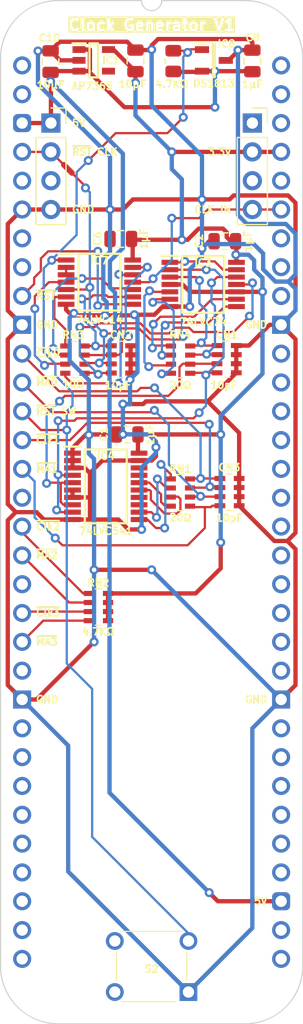
<source format=kicad_pcb>
(kicad_pcb (version 20241229) (generator "pcbnew") (generator_version "9.0")
  (title_block (title "Dual MPU Clock Generator") (date "2025-01-14") (rev "V1"))
  (layers (0 "F.Cu" signal) (2 "B.Cu" signal) (13 "F.Paste" user) (15 "B.Paste" user) (5 "F.SilkS" user "F.Silkscreen") (7 "B.SilkS" user "B.Silkscreen") (1 "F.Mask" user) (3 "B.Mask" user) (25 "Edge.Cuts" user))
  (net 0 "")
  (net 1 "/5V")
  (net 2 "/GND")
  (net 3 "/3.3V")
  (net 5 "/~{Reset}_{2}")
  (net 18 "/CLK_{2}")
  (net 19 "/~{Q}")
  (net 20 "/Q")
  (net 21 "/~{Reset}")
  (net 22 "/~{Q}_{f}")
  (net 23 "/~{MPU Clock0}")
  (net 24 "/~{MPU Clock1}")
  (net 25 "/~{Main Access0}")
  (net 26 "/~{Main Access1}")
  (net 27 "/Reset")
  (net 28 "/~{CLK}")
  (net 29 "/CLK")
  (net 54 "/Q_{f}")
  (net 55 "/Q_{fs}")
  (net 56 "/~{Q}_{fs}")
  (net 57 "/Q_{s}")
  (net 58 "/~{Q}_{s}")
  (net 59 "/~{CLK}_{s}")
  (net 60 "/~{Reset}_{2s}")
  (net 61 "/CLK_{2s}")
  (net 62 "Net-(IC4-Y7)")
  (net 63 "Net-(IC4-Y6)")
  (net 64 "Net-(IC4-Y3)")
  (net 65 "Net-(IC4-Y2)")
  (net 79 "/Reset_{2}")
  (net 80 "/Reset_{2s}")
  (net 85 "/~{Reset Switch}")
  (net 86 "/~{Reset} CLK")
  (net 87 "/~{MPU Clock2}")
  (net 88 "/~{Main Access2}")
  (net 89 "/~{MPU Clock3}")
  (net 90 "/~{Main Access3}")
  (footprint "SamacSys_Parts:C_0805" (layer "F.Cu") (at 2.51 -0.32)
    (property "Reference" "C10")
    (property "Value" "10µF")
  )
  (footprint "SamacSys_Parts:CAY16-F4" (layer "F.Cu") (at 6.731 47.752 180)
    (property "Reference" "RN2")
    (property "Value" "CAY16-472J4LF" (hide yes))
  )
  (footprint "SamacSys_Parts:CA0612KRX7R9BB100" (layer "F.Cu") (at 8.724 25.908)
    (property "Reference" "CN2")
    (property "Value" "CA0612KRX7R9BB100" (hide yes))
  )
  (footprint "SamacSys_Parts:SOT95P285X130-5N" (layer "F.Cu") (at 6.32 -0.447)
    (property "Reference" "IC1")
    (property "Value" "AP7365-33WG-7" (hide yes))
  )
  (footprint "SamacSys_Parts:CA0612KRX7R9BB100" (layer "F.Cu") (at 18.305 37.602994)
    (property "Reference" "CN3")
    (property "Value" "CA0612KRX7R9BB100" (hide yes))
  )
  (footprint "SamacSys_Parts:DIP-64_Board_W22.86mm" (layer "F.Cu") (at 0 0)
    (property "Reference" "J1" (hide yes))
    (property "Value" "Conn_02x32_Counter_Clockwise")
    (fp_line (start -1.905 -0.635) (end -1.905 79.375) (stroke (width 0.1)) (layer "Edge.Cuts"))
    (fp_line (start 10.541 -5.715) (end 3.175 -5.715) (stroke (width 0.1)) (layer "Edge.Cuts"))
    (fp_line (start 19.685 -5.715) (end 12.319 -5.715) (stroke (width 0.1)) (layer "Edge.Cuts"))
    (fp_line (start 19.685 84.455) (end 3.175 84.455) (stroke (width 0.1)) (layer "Edge.Cuts"))
    (fp_line (start 24.765 79.375) (end 24.765 -0.635) (stroke (width 0.1)) (layer "Edge.Cuts"))
    (fp_arc (start -1.905 -0.635) (mid -0.417102 -4.227102) (end 3.175 -5.715) (stroke (width 0.1)) (layer "Edge.Cuts"))
    (fp_arc (start 3.175 84.455) (mid -0.417102 82.967102) (end -1.905 79.375) (stroke (width 0.1)) (layer "Edge.Cuts"))
    (fp_arc (start 12.319 -5.715) (mid 11.43 -4.826) (end 10.541 -5.715) (stroke (width 0.1)) (layer "Edge.Cuts"))
    (fp_arc (start 19.685 -5.715) (mid 23.277102 -4.227102) (end 24.765 -0.635) (stroke (width 0.1)) (layer "Edge.Cuts"))
    (fp_arc (start 24.765 79.375) (mid 23.277102 82.967102) (end 19.685 84.455) (stroke (width 0.1)) (layer "Edge.Cuts"))
  )
  (footprint "SamacSys_Parts:CAY16-F4" (layer "F.Cu") (at 13.987 25.9082)
    (property "Reference" "RN4")
    (property "Value" "CAY16-200J4LF" (hide yes))
  )
  (footprint "SamacSys_Parts:SOP65P640X110-14N" (layer "F.Cu") (at 15.98 19.304)
    (property "Reference" "IC3")
    (property "Value" "74LVC74APW,118" (hide yes))
  )
  (footprint "SamacSys_Parts:C_0805" (layer "F.Cu") (at 8.724 15.291 90)
    (property "Reference" "C6")
    (property "Value" "1μF")
  )
  (footprint "SamacSys_Parts:CAY16-F4" (layer "F.Cu") (at 13.97 37.622194)
    (property "Reference" "RN1")
    (property "Value" "CAY16-200J4LF" (hide yes))
  )
  (footprint "SamacSys_Parts:CAY16-F4" (layer "F.Cu") (at 4.66 25.908)
    (property "Reference" "RN3")
    (property "Value" "CAY16-100J4LF" (hide yes))
  )
  (footprint "SamacSys_Parts:C_0805" (layer "F.Cu") (at 17.907 15.494 90)
    (property "Reference" "C2")
    (property "Value" "1μF")
  )
  (footprint "SamacSys_Parts:R_0805" (layer "F.Cu") (at 13.335 -0.381 180)
    (property "Reference" "R2" (hide yes))
    (property "Value" "4.7KΩ")
  )
  (footprint "SamacSys_Parts:C_0805" (layer "F.Cu") (at 10.003 -0.386)
    (property "Reference" "C11" (hide yes))
    (property "Value" "10µF")
  )
  (footprint "SamacSys_Parts:SOP65P640X110-20N" (layer "F.Cu") (at 7.383 37.094994)
    (property "Reference" "IC4")
    (property "Value" "74LVC541APW,118" (hide yes))
  )
  (footprint "Connector_PinSocket_2.54mm:PinSocket_1x04_P2.54mm_Vertical" (layer "F.Cu") (at 2.54 5.08)
    (property "Reference" "J2" (hide yes))
    (property "Value" "Conn_01x04_Socket")
  )
  (footprint "SamacSys_Parts:DTS62NV" (layer "F.Cu") (at 14.68 81.661 180)
    (property "Reference" "S2")
    (property "Value" "DTS-62N-V" (hide yes))
  )
  (footprint "SamacSys_Parts:SOP65P640X110-14N" (layer "F.Cu") (at 6.819 19.101)
    (property "Reference" "IC7")
    (property "Value" "74LVC14APW,118" (hide yes))
  )
  (footprint "SamacSys_Parts:C_0805" (layer "F.Cu") (at 20.32 -0.381)
    (property "Reference" "C8")
    (property "Value" "1μF")
  )
  (footprint "SamacSys_Parts:CA0612KRX7R9BB100" (layer "F.Cu") (at 18.051 25.888999)
    (property "Reference" "CN1")
    (property "Value" "CA0612KRX7R9BB100" (hide yes))
  )
  (footprint "SamacSys_Parts:SOT95P237X112-3N" (layer "F.Cu") (at 16.925 -0.442)
    (property "Reference" "IC8")
    (property "Value" "DS1813R-10+T&R" (hide yes))
  )
  (footprint "Connector_PinSocket_2.54mm:PinSocket_1x04_P2.54mm_Vertical" (layer "F.Cu") (at 20.32 5.08)
    (property "Reference" "J3" (hide yes))
    (property "Value" "Conn_01x04_Socket")
  )
  (footprint "SamacSys_Parts:C_0805" (layer "F.Cu") (at 9.288 32.522994 90)
    (property "Reference" "C1")
    (property "Value" "1μF")
  )
  (footprint "NetTie:NetTie-2_SMD_Pad0.5mm" (layer "F.Cu") (at 4.036553 9.116553 135)
    (property "Reference" "NT1" (hide yes))
    (property "Value" "NetTie" (hide yes))
  )
  (footprint "SamacSys_Parts:PinHeader_1x32_P2.54mm_Vertical" (layer "B.Cu") (at 0 0 180)
    (property "Reference" "J11" (hide yes))
    (property "Value" "Pin_Header_01x32")
  )
  (footprint "SamacSys_Parts:PinHeader_1x32_P2.54mm_Vertical" (layer "B.Cu") (at 22.86 0.122 180)
    (property "Reference" "J10" (hide yes))
    (property "Value" "Pin_Header_01x32")
  )
  (gr_text "~{RST} SW" (at 1.143 30.48 0) (layer "F.SilkS") (effects (font (size 0.635 0.635) (thickness 0.15) (bold yes)) (justify left)))
  (gr_text "GND" (at 21.717 22.86 0) (layer "F.SilkS") (effects (font (size 0.635 0.635) (thickness 0.15) (bold yes)) (justify right)))
  (gr_text "~{MA1}" (at 1.143 35.56 0) (layer "F.SilkS") (effects (font (size 0.635 0.635) (thickness 0.15) (bold yes)) (justify left)))
  (gr_text "CLK IN" (at 18.542 12.7 0) (layer "F.SilkS") (effects (font (size 0.635 0.635) (thickness 0.15) (bold yes)) (justify right)))
  (gr_text "Clock Generator V1" (at 11.43 -3.556 0) (layer "F.SilkS" knockout) (effects (font (size 1 1) (thickness 0.2) (bold yes))))
  (gr_text "~{Clk1}" (at 1.143 33.02 0) (layer "F.SilkS") (effects (font (size 0.635 0.635) (thickness 0.15) (bold yes)) (justify left)))
  (gr_text "~{Clk2}" (at 1.143 40.64 0) (layer "F.SilkS") (effects (font (size 0.635 0.635) (thickness 0.15) (bold yes)) (justify left)))
  (gr_text "5V" (at 21.717 73.66 0) (layer "F.SilkS") (effects (font (size 0.635 0.635) (thickness 0.15) (bold yes)) (justify right)))
  (gr_text "GND" (at 21.717 55.88 0) (layer "F.SilkS") (effects (font (size 0.635 0.635) (thickness 0.15) (bold yes)) (justify right)))
  (gr_text "~{Clk3}" (at 1.143 48.26 0) (layer "F.SilkS") (effects (font (size 0.635 0.635) (thickness 0.15) (bold yes)) (justify left)))
  (gr_text "GND" (at 4.318 12.7 0) (layer "F.SilkS") (effects (font (size 0.635 0.635) (thickness 0.15) (bold yes)) (justify left)))
  (gr_text "~{RST}" (at 1.143 20.32 0) (layer "F.SilkS") (effects (font (size 0.635 0.635) (thickness 0.15) (bold yes)) (justify left)))
  (gr_text "GND" (at 1.143 22.86 0) (layer "F.SilkS") (effects (font (size 0.635 0.635) (thickness 0.15) (bold yes)) (justify left)))
  (gr_text "~{MA0}" (at 1.143 27.94 0) (layer "F.SilkS") (effects (font (size 0.635 0.635) (thickness 0.15) (bold yes)) (justify left)))
  (gr_text "~{MA2}" (at 1.143 43.18 0) (layer "F.SilkS") (effects (font (size 0.635 0.635) (thickness 0.15) (bold yes)) (justify left)))
  (gr_text "~{Clk0}" (at 1.143 25.4 0) (layer "F.SilkS") (effects (font (size 0.635 0.635) (thickness 0.15) (bold yes)) (justify left)))
  (gr_text "~{MA3}" (at 1.143 50.8 0) (layer "F.SilkS") (effects (font (size 0.635 0.635) (thickness 0.15) (bold yes)) (justify left)))
  (gr_text "5V" (at 4.318 5.08 0) (layer "F.SilkS") (effects (font (size 0.635 0.635) (thickness 0.15) (bold yes)) (justify left)))
  (gr_text "GND" (at 1.143 55.88 0) (layer "F.SilkS") (effects (font (size 0.635 0.635) (thickness 0.15) (bold yes)) (justify left)))
  (gr_text "3.3V" (at 18.542 7.62 0) (layer "F.SilkS") (effects (font (size 0.635 0.635) (thickness 0.15) (bold yes)) (justify right)))
  (gr_text "~{RST} CLK" (at 4.318 7.62 0) (layer "F.SilkS") (effects (font (size 0.635 0.635) (thickness 0.15) (bold yes)) (justify left)))
  (segment (start 17.272 73.66) (end 22.86 73.66) (width 0.38) (layer "F.Cu") (net 1))
  (segment (start 5.985 -1.387) (end 5.985 0.365) (width 0.38) (layer "F.Cu") (net 1))
  (segment (start 15.714 0.569) (end 13.3825 0.569) (width 0.38) (layer "F.Cu") (net 1))
  (segment (start 15.907 0.508) (end 17.018 0.508) (width 0.38) (layer "F.Cu") (net 1))
  (segment (start 19.812 0.553) (end 19.767 0.508) (width 0.38) (layer "F.Cu") (net 1))
  (segment (start 5.985 0.365) (end 5.847 0.503) (width 0.38) (layer "F.Cu") (net 1))
  (segment (start 2.51 0.614) (end 2.51 1.392758) (width 0.38) (layer "F.Cu") (net 1))
  (segment (start 19.767 0.508) (end 17.018 0.508) (width 0.38) (layer "F.Cu") (net 1))
  (segment (start 9.027 3.683) (end 5.847 0.503) (width 0.38) (layer "F.Cu") (net 1))
  (segment (start 5.975 -1.397) (end 5.985 -1.387) (width 0.38) (layer "F.Cu") (net 1))
  (segment (start 5.847 0.503) (end 5.02 0.503) (width 0.38) (layer "F.Cu") (net 1))
  (segment (start 2.54 5.08) (end 2.54 1.422758) (width 0.38) (layer "F.Cu") (net 1))
  (segment (start 2.54 1.422758) (end 2.51 1.392758) (width 0.38) (layer "F.Cu") (net 1))
  (segment (start 5.02 -1.397) (end 5.975 -1.397) (width 0.38) (layer "F.Cu") (net 1))
  (segment (start 0 5.08) (end 2.54 5.08) (width 0.38) (layer "F.Cu") (net 1))
  (segment (start 17.018 3.683) (end 9.027 3.683) (width 0.38) (layer "F.Cu") (net 1))
  (segment (start 5.02 0.503) (end 2.621 0.503) (width 0.38) (layer "F.Cu") (net 1))
  (segment (start 16.51 72.898) (end 17.272 73.66) (width 0.38) (layer "F.Cu") (net 1))
  (via (at 16.51 72.898) (size 0.8) (drill 0.4) (layers "F.Cu" "B.Cu") (net 1))
  (via (at 2.51 1.392758) (size 0.8) (drill 0.4) (layers "F.Cu" "B.Cu") (net 1))
  (via (at 17.018 0.508) (size 0.8) (drill 0.4) (layers "F.Cu" "B.Cu") (net 1))
  (via (at 17.018 3.683) (size 0.8) (drill 0.4) (layers "F.Cu" "B.Cu") (net 1))
  (segment (start 7.747 17.247658) (end 8.89 16.104658) (width 0.38) (layer "B.Cu") (net 1))
  (segment (start 7.713 64.101) (end 7.713 24.291) (width 0.38) (layer "B.Cu") (net 1))
  (segment (start 8.2 20.011) (end 7.747 19.558) (width 0.38) (layer "B.Cu") (net 1))
  (segment (start 7.747 19.558) (end 7.747 17.247658) (width 0.38) (layer "B.Cu") (net 1))
  (segment (start 7.713 24.291) (end 8.2 23.804) (width 0.38) (layer "B.Cu") (net 1))
  (segment (start 8.2 23.804) (end 8.2 20.011) (width 0.38) (layer "B.Cu") (net 1))
  (segment (start 8.89 16.104658) (end 8.89 7.772758) (width 0.38) (layer "B.Cu") (net 1))
  (segment (start 16.51 72.898) (end 7.713 64.101) (width 0.38) (layer "B.Cu") (net 1))
  (segment (start 8.89 7.772758) (end 2.51 1.392758) (width 0.38) (layer "B.Cu") (net 1))
  (segment (start 17.018 0.508) (end 17.018 3.683) (width 0.38) (layer "B.Cu") (net 1))
  (segment (start -1.27 54.61) (end 0 55.88) (width 0.38) (layer "F.Cu") (net 2))
  (segment (start 4.445 34.169994) (end 4.445 34.819994) (width 0.38) (layer "F.Cu") (net 2))
  (segment (start 3.349 -0.447) (end 5.02 -0.447) (width 0.38) (layer "F.Cu") (net 2))
  (segment (start -1.27 38.655) (end -0.555 39.37) (width 0.38) (layer "F.Cu") (net 2))
  (segment (start 9.574 27.637) (end 9.525 27.686) (width 0.38) (layer "F.Cu") (net 2))
  (segment (start 5.983994 35.926006) (end 5.527982 35.469994) (width 0.38) (layer "F.Cu") (net 2))
  (segment (start 8.494025 40.019994) (end 9.368025 40.893994) (width 0.38) (layer "F.Cu") (net 2))
  (segment (start 2.54 12.7) (end 0 12.7) (width 0.38) (layer "F.Cu") (net 2))
  (segment (start 16.51 15.494) (end 15.875 16.129) (width 0.38) (layer "F.Cu") (net 2))
  (segment (start 21.844 22.86) (end 22.86 22.86) (width 0.38) (layer "F.Cu") (net 2))
  (segment (start 9.905991 21.971) (end 9.851991 22.025) (width 0.38) (layer "F.Cu") (net 2))
  (segment (start 3.311 -2.087) (end 2.51 -1.286) (width 0.38) (layer "F.Cu") (net 2))
  (segment (start 7.758 15.291) (end 7.758 12.699994) (width 0.38) (layer "F.Cu") (net 2))
  (segment (start 13.042 21.254) (end 14.796992 21.254) (width 0.38) (layer "F.Cu") (net 2))
  (segment (start 24.13 12.112542) (end 24.13 21.59) (width 0.38) (layer "F.Cu") (net 2))
  (segment (start 5.63497 32.522994) (end 5.839994 32.522994) (width 0.38) (layer "F.Cu") (net 2))
  (segment (start 24.13 21.59) (end 22.86 22.86) (width 0.38) (layer "F.Cu") (net 2))
  (segment (start 18.901 25.488999) (end 18.901 26.288999) (width 0.38) (layer "F.Cu") (net 2))
  (segment (start 20.029 -2.323) (end 11.994903 -2.323) (width 0.38) (layer "F.Cu") (net 2))
  (segment (start 5.931956 32.522994) (end 5.885975 32.568975) (width 0.38) (layer "F.Cu") (net 2))
  (segment (start 11.994903 -2.323) (end 11.429998 -1.758095) (width 0.38) (layer "F.Cu") (net 2))
  (segment (start 16.941 15.494) (end 16.51 15.494) (width 0.38) (layer "F.Cu") (net 2))
  (segment (start 8.322 32.522994) (end 5.931956 32.522994) (width 0.38) (layer "F.Cu") (net 2))
  (segment (start 4.445 33.712964) (end 5.63497 32.522994) (width 0.38) (layer "F.Cu") (net 2))
  (segment (start 9.851991 22.025) (end 7.303211 22.025) (width 0.38) (layer "F.Cu") (net 2))
  (segment (start 8.890006 12.699994) (end 7.758 12.699994) (width 0.38) (layer "F.Cu") (net 2))
  (segment (start 11.384998 -1.352) (end 11.429998 -1.397) (width 0.38) (layer "F.Cu") (net 2))
  (segment (start 5.953988 38.069994) (end 5.983994 38.1) (width 0.38) (layer "F.Cu") (net 2))
  (segment (start 4.445 40.019994) (end 5.983994 40.019994) (width 0.38) (layer "F.Cu") (net 2))
  (segment (start 7.757994 12.7) (end 7.758 12.699994) (width 0.38) (layer "F.Cu") (net 2))
  (segment (start -1.27 13.97) (end -1.27 21.59) (width 0.38) (layer "F.Cu") (net 2))
  (segment (start 9.574 26.308) (end 9.574 27.108) (width 0.38) (layer "F.Cu") (net 2))
  (segment (start 5.983994 35.926006) (end 5.983994 38.1) (width 0.38) (layer "F.Cu") (net 2))
  (segment (start -1.27 21.59) (end 0 22.86) (width 0.38) (layer "F.Cu") (net 2))
  (segment (start 9.574 24.708) (end 9.574 25.508) (width 0.38) (layer "F.Cu") (net 2))
  (segment (start 1.270002 55.88) (end 6.35 50.800002) (width 0.38) (layer "F.Cu") (net 2))
  (segment (start 0 22.86) (end -1.27 24.13) (width 0.38) (layer "F.Cu") (net 2))
  (segment (start 1.919994 40.019994) (end 1.27 39.37) (width 0.38) (layer "F.Cu") (net 2))
  (segment (start 4.572 21.844) (end 4.753 22.025) (width 0.38) (layer "F.Cu") (net 2))
  (segment (start 9.268 -2.087) (end 3.311 -2.087) (width 0.38) (layer "F.Cu") (net 2))
  (segment (start 20.32 -1.347) (end 20.32 -2.032) (width 0.38) (layer "F.Cu") (net 2))
  (segment (start 4.753 22.025) (end 7.303211 22.025) (width 0.38) (layer "F.Cu") (net 2))
  (segment (start 11.4385 34.819994) (end 11.811 34.447494) (width 0.38) (layer "F.Cu") (net 2))
  (segment (start 3.881 21.534) (end 4.191 21.844) (width 0.38) (layer "F.Cu") (net 2))
  (segment (start 19.05 -1.27) (end 19.05 -1.347) (width 0.38) (layer "F.Cu") (net 2))
  (segment (start 5.983994 40.019994) (end 8.494025 40.019994) (width 0.38) (layer "F.Cu") (net 2))
  (segment (start -0.555 39.37) (end -1.27 40.085) (width 0.38) (layer "F.Cu") (net 2))
  (segment (start 14.796992 21.254) (end 14.797 21.253992) (width 0.38) (layer "F.Cu") (net 2))
  (segment (start 9.574 25.508) (end 9.574 26.308) (width 0.38) (layer "F.Cu") (net 2))
  (segment (start 4.445 40.019994) (end 1.919994 40.019994) (width 0.38) (layer "F.Cu") (net 2))
  (segment (start 19.155 38.002994) (end 19.155 37.202994) (width 0.38) (layer "F.Cu") (net 2))
  (segment (start 23.477458 11.46) (end 24.13 12.112542) (width 0.38) (layer "F.Cu") (net 2))
  (segment (start 11.684 21.971) (end 9.905991 21.971) (width 0.38) (layer "F.Cu") (net 2))
  (segment (start 1.27 39.37) (end -0.555 39.37) (width 0.38) (layer "F.Cu") (net 2))
  (segment (start 4.445 34.819994) (end 4.445 35.469994) (width 0.38) (layer "F.Cu") (net 2))
  (segment (start 18.901 26.288999) (end 18.901 27.088999) (width 0.38) (layer "F.Cu") (net 2))
  (segment (start 4.445 34.169994) (end 4.445 33.712964) (width 0.38) (layer "F.Cu") (net 2))
  (segment (start 18.669 11.46) (end 23.477458 11.46) (width 0.38) (layer "F.Cu") (net 2))
  (segment (start 18.318 11.811) (end 18.669 11.46) (width 0.38) (layer "F.Cu") (net 2))
  (segment (start 16.382009 29.60799) (end 19.155 32.380981) (width 0.38) (layer "F.Cu") (net 2))
  (segment (start 0 55.88) (end 1.270002 55.88) (width 0.38) (layer "F.Cu") (net 2))
  (segment (start 6.35 44.45) (end 11.43001 44.45) (width 0.38) (layer "F.Cu") (net 2))
  (segment (start 0 12.7) (end -1.27 13.97) (width 0.38) (layer "F.Cu") (net 2))
  (segment (start 8.322 32.522994) (end 8.878998 32.522994) (width 0.38) (layer "F.Cu") (net 2))
  (segment (start 5.983994 38.1) (end 5.983994 40.019994) (width 0.38) (layer "F.Cu") (net 2))
  (segment (start 20.32 -1.347) (end 19.05 -1.347) (width 0.38) (layer "F.Cu") (net 2))
  (segment (start 10.321 34.819994) (end 11.4385 34.819994) (width 0.38) (layer "F.Cu") (net 2))
  (segment (start 5.527982 35.469994) (end 4.445 35.469994) (width 0.38) (layer "F.Cu") (net 2))
  (segment (start 11.429998 -1.758095) (end 11.429998 -1.397) (width 0.38) (layer "F.Cu") (net 2))
  (segment (start 19.155 38.802994) (end 22.262006 41.91) (width 0.38) (layer "F.Cu") (net 2))
  (segment (start 16.382009 29.60799) (end 10.922 29.60799) (width 0.38) (layer "F.Cu") (net 2))
  (segment (start 24.13 24.13) (end 24.13 41.195) (width 0.38) (layer "F.Cu") (net 2))
  (segment (start 10.003 -1.352) (end 9.268 -2.087) (width 0.38) (layer "F.Cu") (net 2))
  (segment (start 4.191 21.844) (end 4.572 21.844) (width 0.38) (layer "F.Cu") (net 2))
  (segment (start 19.155 32.380981) (end 19.155 36.402994) (width 0.38) (layer "F.Cu") (net 2))
  (segment (start 4.445 38.069994) (end 4.445 37.419994) (width 0.38) (layer "F.Cu") (net 2))
  (segment (start 12.401 21.254) (end 11.684 21.971) (width 0.38) (layer "F.Cu") (net 2))
  (segment (start 15.875 11.811) (end 9.779 11.811) (width 0.38) (layer "F.Cu") (net 2))
  (segment (start 18.901 27.088999) (end 16.382009 29.60799) (width 0.38) (layer "F.Cu") (net 2))
  (segment (start 5.839994 32.522994) (end 5.885975 32.568975) (width 0.38) (layer "F.Cu") (net 2))
  (segment (start 8.889998 29.845) (end 10.68499 29.845) (width 0.38) (layer "F.Cu") (net 2))
  (segment (start 18.288 -0.508) (end 19.05 -1.27) (width 0.38) (layer "F.Cu") (net 2))
  (segment (start 19.155 38.802994) (end 19.155 38.002994) (width 0.38) (layer "F.Cu") (net 2))
  (segment (start 8.878998 32.522994) (end 8.889998 32.511994) (width 0.38) (layer "F.Cu") (net 2))
  (segment (start 10.003 -1.352) (end 11.384998 -1.352) (width 0.38) (layer "F.Cu") (net 2))
  (segment (start 10.68499 29.845) (end 10.922 29.60799) (width 0.38) (layer "F.Cu") (net 2))
  (segment (start 9.574 27.108) (end 9.574 27.637) (width 0.38) (layer "F.Cu") (net 2))
  (segment (start 10.321 34.819994) (end 7.090006 34.819994) (width 0.38) (layer "F.Cu") (net 2))
  (segment (start 2.54 12.7) (end 7.757994 12.7) (width 0.38) (layer "F.Cu") (net 2))
  (segment (start 24.13 54.61) (end 22.86 55.88) (width 0.38) (layer "F.Cu") (net 2))
  (segment (start 20.32 -2.032) (end 20.029 -2.323) (width 0.38) (layer "F.Cu") (net 2))
  (segment (start 24.13 41.195) (end 23.415 41.91) (width 0.38) (layer "F.Cu") (net 2))
  (segment (start 4.445 38.069994) (end 5.953988 38.069994) (width 0.38) (layer "F.Cu") (net 2))
  (segment (start 2.494 -1.27) (end 1.397 -1.27) (width 0.38) (layer "F.Cu") (net 2))
  (segment (start 2.51 -1.286) (end 3.349 -0.447) (width 0.38) (layer "F.Cu") (net 2))
  (segment (start 13.042 21.254) (end 12.401 21.254) (width 0.38) (layer "F.Cu") (net 2))
  (segment (start 19.155 37.202994) (end 19.155 36.402994) (width 0.38) (layer "F.Cu") (net 2))
  (segment (start 7.090006 34.819994) (end 5.983994 35.926006) (width 0.38) (layer "F.Cu") (net 2))
  (segment (start 3.881 21.051) (end 3.881 21.534) (width 0.38) (layer "F.Cu") (net 2))
  (segment (start 15.875 11.811) (end 18.318 11.811) (width 0.38) (layer "F.Cu") (net 2))
  (segment (start 22.86 22.86) (end 24.13 24.13) (width 0.38) (layer "F.Cu") (net 2))
  (segment (start -1.27 40.085) (end -1.27 54.61) (width 0.38) (layer "F.Cu") (net 2))
  (segment (start 11.811 34.447494) (end 11.811 33.654994) (width 0.38) (layer "F.Cu") (net 2))
  (segment (start 23.415 41.91) (end 24.13 42.625) (width 0.38) (layer "F.Cu") (net 2))
  (segment (start 9.779 11.811) (end 8.890006 12.699994) (width 0.38) (layer "F.Cu") (net 2))
  (segment (start -1.27 24.13) (end -1.27 38.655) (width 0.38) (layer "F.Cu") (net 2))
  (segment (start 24.13 42.625) (end 24.13 54.61) (width 0.38) (layer "F.Cu") (net 2))
  (segment (start 20.015001 24.688999) (end 21.844 22.86) (width 0.38) (layer "F.Cu") (net 2))
  (segment (start 9.368025 40.893994) (end 10.540998 40.893994) (width 0.38) (layer "F.Cu") (net 2))
  (segment (start 18.901 24.688999) (end 20.015001 24.688999) (width 0.38) (layer "F.Cu") (net 2))
  (segment (start 18.901 24.688999) (end 18.901 25.488999) (width 0.38) (layer "F.Cu") (net 2))
  (segment (start 22.262006 41.91) (end 23.415 41.91) (width 0.38) (layer "F.Cu") (net 2))
  (via (at 5.885975 32.568975) (size 0.8) (drill 0.4) (layers "F.Cu" "B.Cu") (net 2))
  (via (at 4.572 21.844) (size 0.8) (drill 0.4) (layers "F.Cu" "B.Cu") (net 2))
  (via (at 7.303211 22.025) (size 0.8) (drill 0.4) (layers "F.Cu" "B.Cu") (net 2))
  (via (at 15.875 11.811) (size 0.8) (drill 0.4) (layers "F.Cu" "B.Cu") (net 2))
  (via (at 6.35 50.800002) (size 0.8) (drill 0.4) (layers "F.Cu" "B.Cu") (net 2))
  (via (at 8.889998 29.845) (size 0.8) (drill 0.4) (layers "F.Cu" "B.Cu") (net 2))
  (via (at 14.797 21.253992) (size 0.8) (drill 0.4) (layers "F.Cu" "B.Cu") (net 2))
  (via (at 19.05 -1.347) (size 0.8) (drill 0.4) (layers "F.Cu" "B.Cu") (net 2))
  (via (at 15.875 16.129) (size 0.8) (drill 0.4) (layers "F.Cu" "B.Cu") (net 2))
  (via (at 11.811 33.654994) (size 0.8) (drill 0.4) (layers "F.Cu" "B.Cu") (net 2))
  (via (at 10.540998 40.893994) (size 0.8) (drill 0.4) (layers "F.Cu" "B.Cu") (net 2))
  (via (at 9.905991 21.971) (size 0.8) (drill 0.4) (layers "F.Cu" "B.Cu") (net 2))
  (via (at 7.758 12.699994) (size 0.8) (drill 0.4) (layers "F.Cu" "B.Cu") (net 2))
  (via (at 8.889998 32.511994) (size 0.8) (drill 0.4) (layers "F.Cu" "B.Cu") (net 2))
  (via (at 11.429998 -1.397) (size 0.8) (drill 0.4) (layers "F.Cu" "B.Cu") (net 2))
  (via (at 6.35 44.45) (size 0.8) (drill 0.4) (layers "F.Cu" "B.Cu") (net 2))
  (via (at 1.397 -1.27) (size 0.8) (drill 0.4) (layers "F.Cu" "B.Cu") (net 2))
  (via (at 11.43001 44.45) (size 0.8) (drill 0.4) (layers "F.Cu" "B.Cu") (net 2))
  (via (at 9.525 27.686) (size 0.8) (drill 0.4) (layers "F.Cu" "B.Cu") (net 2))
  (segment (start 11.811 34.163) (end 11.811 33.654994) (width 0.38) (layer "B.Cu") (net 2))
  (segment (start 21.2725 17.9705) (end 22.352 19.05) (width 0.38) (layer "B.Cu") (net 2))
  (segment (start 22.352 19.05) (end 23.495 19.05) (width 0.38) (layer "B.Cu") (net 2))
  (segment (start 6.35 44.45) (end 6.35 50.800002) (width 0.38) (layer "B.Cu") (net 2))
  (segment (start 16.256 15.748) (end 20.447 15.748) (width 0.38) (layer "B.Cu") (net 2))
  (segment (start 24.13 14.827085) (end 23.272915 13.97) (width 0.38) (layer "B.Cu") (net 2))
  (segment (start 5.885975 32.568975) (end 5.885975 27.729975) (width 0.38) (layer "B.Cu") (net 2))
  (segment (start 19.836375 13.97) (end 19.05 13.183625) (width 0.38) (layer "B.Cu") (net 2))
  (segment (start 6.35 34.671) (end 6.35 44.45) (width 0.38) (layer "B.Cu") (net 2))
  (segment (start 24.13 19.685) (end 24.13 21.59) (width 0.38) (layer "B.Cu") (net 2))
  (segment (start 10.540998 40.893994) (end 10.540998 35.433002) (width 0.38) (layer "B.Cu") (net 2))
  (segment (start 11.175994 32.511994) (end 8.889998 32.511994) (width 0.38) (layer "B.Cu") (net 2))
  (segment (start 11.811 33.147) (end 11.175994 32.511994) (width 0.38) (layer "B.Cu") (net 2))
  (segment (start 1.397 -1.27) (end 1.397 1.651) (width 0.38) (layer "B.Cu") (net 2))
  (segment (start 15.875 16.129) (end 15.875 11.811) (width 0.38) (layer "B.Cu") (net 2))
  (segment (start 15.875 16.129) (end 16.256 15.748) (width 0.38) (layer "B.Cu") (net 2))
  (segment (start 10.540998 35.433002) (end 11.811 34.163) (width 0.38) (layer "B.Cu") (net 2))
  (segment (start 4.064 71.045) (end 14.68 81.661) (width 0.38) (layer "B.Cu") (net 2))
  (segment (start 14.68 81.661) (end 20.32 76.021) (width 0.38) (layer "B.Cu") (net 2))
  (segment (start 5.885975 32.568975) (end 5.885975 34.206975) (width 0.38) (layer "B.Cu") (net 2))
  (segment (start 8.909224 29.864226) (end 8.889998 29.845) (width 0.38) (layer "B.Cu") (net 2))
  (segment (start 19.05 13.183625) (end 19.05 -1.347) (width 0.38) (layer "B.Cu") (net 2))
  (segment (start 23.272915 13.97) (end 19.836375 13.97) (width 0.38) (layer "B.Cu") (net 2))
  (segment (start 24.13 18.415) (end 24.13 14.827085) (width 0.38) (layer "B.Cu") (net 2))
  (segment (start 22.86 55.88) (end 11.43001 44.45001) (width 0.38) (layer "B.Cu") (net 2))
  (segment (start 9.525 29.864226) (end 8.909224 29.864226) (width 0.38) (layer "B.Cu") (net 2))
  (segment (start 0 55.88) (end 4.064 59.944) (width 0.38) (layer "B.Cu") (net 2))
  (segment (start 7.303211 22.025) (end 7.464185 21.864026) (width 0.38) (layer "B.Cu") (net 2))
  (segment (start 8.889998 32.511994) (end 8.889998 29.845) (width 0.38) (layer "B.Cu") (net 2))
  (segment (start 1.397 1.651) (end 7.758 8.012) (width 0.38) (layer "B.Cu") (net 2))
  (segment (start 11.429998 3.530227) (end 15.875 7.975229) (width 0.38) (layer "B.Cu") (net 2))
  (segment (start 7.464185 20.854631) (end 7.164185 20.554631) (width 0.38) (layer "B.Cu") (net 2))
  (segment (start 14.797 17.969) (end 15.875 16.891) (width 0.38) (layer "B.Cu") (net 2))
  (segment (start 20.32 76.021) (end 20.32 58.42) (width 0.38) (layer "B.Cu") (net 2))
  (segment (start 23.495 19.05) (end 24.13 19.685) (width 0.38) (layer "B.Cu") (net 2))
  (segment (start 7.164185 20.554631) (end 7.164185 17.010229) (width 0.38) (layer "B.Cu") (net 2))
  (segment (start 21.2725 16.5735) (end 21.2725 17.9705) (width 0.38) (layer "B.Cu") (net 2))
  (segment (start 4.191 22.225) (end 4.572 21.844) (width 0.38) (layer "B.Cu") (net 2))
  (segment (start 14.797 21.253992) (end 14.797 17.969) (width 0.38) (layer "B.Cu") (net 2))
  (segment (start 23.495 19.05) (end 24.13 18.415) (width 0.38) (layer "B.Cu") (net 2))
  (segment (start 11.429998 -1.397) (end 11.429998 3.530227) (width 0.38) (layer "B.Cu") (net 2))
  (segment (start 20.32 58.42) (end 22.86 55.88) (width 0.38) (layer "B.Cu") (net 2))
  (segment (start 7.758 16.416414) (end 7.758 12.699994) (width 0.38) (layer "B.Cu") (net 2))
  (segment (start 9.525 27.686) (end 10.179994 27.031006) (width 0.38) (layer "B.Cu") (net 2))
  (segment (start 15.875 7.975229) (end 15.875 11.811) (width 0.38) (layer "B.Cu") (net 2))
  (segment (start 10.179994 22.245003) (end 9.905991 21.971) (width 0.38) (layer "B.Cu") (net 2))
  (segment (start 7.464185 21.864026) (end 7.464185 20.854631) (width 0.38) (layer "B.Cu") (net 2))
  (segment (start 9.525 27.686) (end 9.525 29.864226) (width 0.38) (layer "B.Cu") (net 2))
  (segment (start 10.179994 27.031006) (end 10.179994 22.245003) (width 0.38) (layer "B.Cu") (net 2))
  (segment (start 11.811 33.654994) (end 11.811 33.147) (width 0.38) (layer "B.Cu") (net 2))
  (segment (start 20.447 15.748) (end 21.2725 16.5735) (width 0.38) (layer "B.Cu") (net 2))
  (segment (start 7.758 8.012) (end 7.758 12.699994) (width 0.38) (layer "B.Cu") (net 2))
  (segment (start 7.164185 17.010229) (end 7.758 16.416414) (width 0.38) (layer "B.Cu") (net 2))
  (segment (start 5.885975 34.206975) (end 6.35 34.671) (width 0.38) (layer "B.Cu") (net 2))
  (segment (start 4.191 26.035) (end 4.191 22.225) (width 0.38) (layer "B.Cu") (net 2))
  (segment (start 15.875 16.891) (end 15.875 16.129) (width 0.38) (layer "B.Cu") (net 2))
  (segment (start 11.43001 44.45001) (end 11.43001 44.45) (width 0.38) (layer "B.Cu") (net 2))
  (segment (start 24.13 21.59) (end 22.86 22.86) (width 0.38) (layer "B.Cu") (net 2))
  (segment (start 5.885975 27.729975) (end 4.191 26.035) (width 0.38) (layer "B.Cu") (net 2))
  (segment (start 4.064 59.944) (end 4.064 71.045) (width 0.38) (layer "B.Cu") (net 2))
  (segment (start 7.581 47.3328) (end 7.581 48.1328) (width 0.38) (layer "F.Cu") (net 3))
  (segment (start 14.1595 19.304) (end 14.8095 19.954) (width 0.38) (layer "F.Cu") (net 3))
  (segment (start 18.918 16.73323) (end 18.863901 16.679131) (width 0.38) (layer "F.Cu") (net 3))
  (segment (start 21.205409 19.954) (end 21.215223 19.944186) (width 0.38) (layer "F.Cu") (net 3))
  (segment (start 8.058 -1.397) (end 10.003 0.548) (width 0.38) (layer "F.Cu") (net 3))
  (segment (start 10.222 32.522994) (end 17.526 32.522994) (width 0.38) (layer "F.Cu") (net 3))
  (segment (start 18.0565 14.7095) (end 18.0565 15.1355) (width 0.38) (layer "F.Cu") (net 3))
  (segment (start 20.32 7.62) (end 22.86 7.62) (width 0.38) (layer "F.Cu") (net 3))
  (segment (start 10.222 34.070994) (end 10.321 34.169994) (width 0.38) (layer "F.Cu") (net 3))
  (segment (start 18.918 15.87) (end 18.918 16.625032) (width 0.38) (layer "F.Cu") (net 3))
  (segment (start 18.918 17.354) (end 18.918 16.73323) (width 0.38) (layer "F.Cu") (net 3))
  (segment (start 7.581 46.5328) (end 15.3162 46.5328) (width 0.38) (layer "F.Cu") (net 3))
  (segment (start 7.581 48.1328) (end 7.581 48.9328) (width 0.38) (layer "F.Cu") (net 3))
  (segment (start 20.32 7.62) (end 13.20801 7.62) (width 0.38) (layer "F.Cu") (net 3))
  (segment (start 18.918 16.625032) (end 18.863901 16.679131) (width 0.38) (layer "F.Cu") (net 3))
  (segment (start 10.222 32.522994) (end 10.222 34.070994) (width 0.38) (layer "F.Cu") (net 3))
  (segment (start 15.593 14.379) (end 17.726 14.379) (width 0.38) (layer "F.Cu") (net 3))
  (segment (start 18.0565 15.1355) (end 18.415 15.494) (width 0.38) (layer "F.Cu") (net 3))
  (segment (start 7.62 -1.397) (end 8.058 -1.397) (width 0.38) (layer "F.Cu") (net 3))
  (segment (start 14.605 15.367) (end 15.593 14.379) (width 0.38) (layer "F.Cu") (net 3))
  (segment (start 10.003 0.548) (end 10.003 1.523988) (width 0.38) (layer "F.Cu") (net 3))
  (segment (start 14.097006 15.367) (end 14.605 15.367) (width 0.38) (layer "F.Cu") (net 3))
  (segment (start 15.3162 46.5328) (end 17.526 44.323) (width 0.38) (layer "F.Cu") (net 3))
  (segment (start 18.415 15.494) (end 18.841 15.494) (width 0.38) (layer "F.Cu") (net 3))
  (segment (start 18.918 19.954) (end 21.205409 19.954) (width 0.38) (layer "F.Cu") (net 3))
  (segment (start 14.8095 19.954) (end 18.918 19.954) (width 0.38) (layer "F.Cu") (net 3))
  (segment (start 9.757 17.151) (end 9.757 15.39) (width 0.38) (layer "F.Cu") (net 3))
  (segment (start 17.526 44.323) (end 17.526 42.037) (width 0.38) (layer "F.Cu") (net 3))
  (segment (start 7.581 46.5328) (end 7.581 47.3328) (width 0.38) (layer "F.Cu") (net 3))
  (segment (start 13.042 19.304) (end 14.1595 19.304) (width 0.38) (layer "F.Cu") (net 3))
  (segment (start 9.734 15.367) (end 14.097006 15.367) (width 0.38) (layer "F.Cu") (net 3))
  (segment (start 10.003 1.523988) (end 10.002996 1.523992) (width 0.38) (layer "F.Cu") (net 3))
  (segment (start 17.726 14.379) (end 18.0565 14.7095) (width 0.38) (layer "F.Cu") (net 3))
  (segment (start 13.20801 7.62) (end 13.208007 7.620003) (width 0.38) (layer "F.Cu") (net 3))
  (via (at 21.215223 19.944186) (size 0.8) (drill 0.4) (layers "F.Cu" "B.Cu") (net 3))
  (via (at 14.097006 15.367) (size 0.8) (drill 0.4) (layers "F.Cu" "B.Cu") (net 3))
  (via (at 10.002996 1.523992) (size 0.8) (drill 0.4) (layers "F.Cu" "B.Cu") (net 3))
  (via (at 18.863901 16.679131) (size 0.8) (drill 0.4) (layers "F.Cu" "B.Cu") (net 3))
  (via (at 17.526 32.522994) (size 0.8) (drill 0.4) (layers "F.Cu" "B.Cu") (net 3))
  (via (at 13.208007 7.620003) (size 0.8) (drill 0.4) (layers "F.Cu" "B.Cu") (net 3))
  (via (at 17.526 42.037) (size 0.8) (drill 0.4) (layers "F.Cu" "B.Cu") (net 3))
  (segment (start 13.208007 9.144007) (end 13.208007 7.620003) (width 0.38) (layer "B.Cu") (net 3))
  (segment (start 10.002996 1.523992) (end 10.002996 4.414992) (width 0.38) (layer "B.Cu") (net 3))
  (segment (start 21.215223 18.733467) (end 21.215223 19.944186) (width 0.38) (layer "B.Cu") (net 3))
  (segment (start 10.002996 4.414992) (end 13.208007 7.620003) (width 0.38) (layer "B.Cu") (net 3))
  (segment (start 20.481378 17.999622) (end 21.215223 18.733467) (width 0.38) (layer "B.Cu") (net 3))
  (segment (start 20.481378 17.179378) (end 20.481378 17.999622) (width 0.38) (layer "B.Cu") (net 3))
  (segment (start 18.863901 16.679131) (end 19.981131 16.679131) (width 0.38) (layer "B.Cu") (net 3))
  (segment (start 21.215223 19.944186) (end 21.215223 27.171777) (width 0.38) (layer "B.Cu") (net 3))
  (segment (start 21.215223 27.171777) (end 17.526 30.861) (width 0.38) (layer "B.Cu") (net 3))
  (segment (start 14.097006 15.367) (end 14.097006 10.033006) (width 0.38) (layer "B.Cu") (net 3))
  (segment (start 19.981131 16.679131) (end 20.481378 17.179378) (width 0.38) (layer "B.Cu") (net 3))
  (segment (start 17.526 30.861) (end 17.526 32.522994) (width 0.38) (layer "B.Cu") (net 3))
  (segment (start 14.097006 10.033006) (end 13.208007 9.144007) (width 0.38) (layer "B.Cu") (net 3))
  (segment (start 17.526 32.522994) (end 17.526 42.037) (width 0.38) (layer "B.Cu") (net 3))
  (segment (start 3.881 19.101) (end 2.362 19.101) (width 0.2) (layer "F.Cu") (net 5))
  (segment (start 2.119993 26.2888) (end 1.974946 26.433847) (width 0.2) (layer "F.Cu") (net 5))
  (segment (start 1.1176 20.3454) (end 1.1176 21.4376) (width 0.2) (layer "F.Cu") (net 5))
  (segment (start 3.81 26.2888) (end 2.119993 26.2888) (width 0.2) (layer "F.Cu") (net 5))
  (segment (start 2.362 19.101) (end 1.1176 20.3454) (width 0.2) (layer "F.Cu") (net 5))
  (via (at 1.1176 21.4376) (size 0.8) (drill 0.4) (layers "F.Cu" "B.Cu") (net 5))
  (via (at 1.974946 26.433847) (size 0.8) (drill 0.4) (layers "F.Cu" "B.Cu") (net 5))
  (segment (start 1.1176 25.576501) (end 1.1176 21.4376) (width 0.2) (layer "B.Cu") (net 5))
  (segment (start 1.974946 26.433847) (end 1.1176 25.576501) (width 0.2) (layer "B.Cu") (net 5))
  (segment (start 4.395994 28.017994) (end 8.509 28.017994) (width 0.2) (layer "F.Cu") (net 18))
  (segment (start 3.81 27.1272) (end 3.81 27.432) (width 0.2) (layer "F.Cu") (net 18))
  (segment (start 8.573 18.451) (end 8.537 18.415) (width 0.2) (layer "F.Cu") (net 18))
  (segment (start 3.81 27.432) (end 4.395994 28.017994) (width 0.2) (layer "F.Cu") (net 18))
  (segment (start 9.757 18.451) (end 8.573 18.451) (width 0.2) (layer "F.Cu") (net 18))
  (via (at 8.537 18.415) (size 0.8) (drill 0.4) (layers "F.Cu" "B.Cu") (net 18))
  (via (at 8.509 28.017994) (size 0.8) (drill 0.4) (layers "F.Cu" "B.Cu") (net 18))
  (segment (start 8.69 22.559195) (end 8.748001 22.501194) (width 0.2) (layer "B.Cu") (net 18))
  (segment (start 8.748001 18.626001) (end 8.537 18.415) (width 0.2) (layer "B.Cu") (net 18))
  (segment (start 8.748001 22.501194) (end 8.748001 18.626001) (width 0.2) (layer "B.Cu") (net 18))
  (segment (start 8.69 27.836994) (end 8.69 22.559195) (width 0.2) (layer "B.Cu") (net 18))
  (segment (start 8.509 28.017994) (end 8.69 27.836994) (width 0.2) (layer "B.Cu") (net 18))
  (segment (start 13.042 20.604) (end 11.807529 20.604) (width 0.2) (layer "F.Cu") (net 19))
  (segment (start 13.137 27.089) (end 12.407998 27.089) (width 0.2) (layer "F.Cu") (net 19))
  (segment (start 11.807529 20.604) (end 11.534529 20.877) (width 0.2) (layer "F.Cu") (net 19))
  (segment (start 12.407998 27.089) (end 12.318998 27.178) (width 0.2) (layer "F.Cu") (net 19))
  (via (at 11.534529 20.877) (size 0.8) (drill 0.4) (layers "F.Cu" "B.Cu") (net 19))
  (via (at 12.318998 27.178) (size 0.8) (drill 0.4) (layers "F.Cu" "B.Cu") (net 19))
  (segment (start 12.7 27.178) (end 13.374688 26.503312) (width 0.2) (layer "B.Cu") (net 19))
  (segment (start 12.318998 27.178) (end 12.7 27.178) (width 0.2) (layer "B.Cu") (net 19))
  (segment (start 13.374688 26.503312) (end 13.374688 21.629688) (width 0.2) (layer "B.Cu") (net 19))
  (segment (start 13.374688 21.629688) (end 12.622 20.877) (width 0.2) (layer "B.Cu") (net 19))
  (segment (start 12.622 20.877) (end 11.534529 20.877) (width 0.2) (layer "B.Cu") (net 19))
  (segment (start 11.283516 26.435484) (end 11.176 26.543) (width 0.2) (layer "F.Cu") (net 20))
  (segment (start 13.042 19.954) (end 11.332925 19.954) (width 0.2) (layer "F.Cu") (net 20))
  (segment (start 11.332925 19.954) (end 11.246267 19.867342) (width 0.2) (layer "F.Cu") (net 20))
  (segment (start 12.990516 26.435484) (end 11.283516 26.435484) (width 0.2) (layer "F.Cu") (net 20))
  (via (at 11.176 26.543) (size 0.8) (drill 0.4) (layers "F.Cu" "B.Cu") (net 20))
  (via (at 11.246267 19.867342) (size 0.8) (drill 0.4) (layers "F.Cu" "B.Cu") (net 20))
  (segment (start 10.795 26.162) (end 10.795 20.318609) (width 0.2) (layer "B.Cu") (net 20))
  (segment (start 10.795 20.318609) (end 11.246267 19.867342) (width 0.2) (layer "B.Cu") (net 20))
  (segment (start 11.176 26.543) (end 10.795 26.162) (width 0.2) (layer "B.Cu") (net 20))
  (segment (start 6.805045 21.051) (end 6.674185 21.18186) (width 0.2) (layer "F.Cu") (net 21))
  (segment (start 2.286 16.383) (end 6.674185 16.383) (width 0.2) (layer "F.Cu") (net 21))
  (segment (start 9.757 21.051) (end 6.805045 21.051) (width 0.2) (layer "F.Cu") (net 21))
  (segment (start 1.058235 19.261765) (end 1.058235 18.711235) (width 0.2) (layer "F.Cu") (net 21))
  (segment (start 1.651 17.018) (end 2.286 16.383) (width 0.2) (layer "F.Cu") (net 21))
  (segment (start 1.651 18.11847) (end 1.651 17.018) (width 0.2) (layer "F.Cu") (net 21))
  (segment (start 1.058235 18.711235) (end 1.651 18.11847) (width 0.2) (layer "F.Cu") (net 21))
  (segment (start 0 20.32) (end 1.058235 19.261765) (width 0.2) (layer "F.Cu") (net 21))
  (via (at 6.674185 16.383) (size 0.8) (drill 0.4) (layers "F.Cu" "B.Cu") (net 21))
  (via (at 6.674185 21.18186) (size 0.8) (drill 0.4) (layers "F.Cu" "B.Cu") (net 21))
  (segment (start 6.674185 21.18186) (end 6.674185 16.383) (width 0.2) (layer "B.Cu") (net 21))
  (segment (start 12.390832 25.489) (end 12.335916 25.543916) (width 0.2) (layer "F.Cu") (net 22))
  (segment (start 12.865188 22.656476) (end 12.624688 22.896976) (width 0.2) (layer "F.Cu") (net 22))
  (segment (start 13.137 25.489) (end 12.390832 25.489) (width 0.2) (layer "F.Cu") (net 22))
  (segment (start 16.459524 22.656476) (end 12.865188 22.656476) (width 0.2) (layer "F.Cu") (net 22))
  (segment (start 18.918 21.254) (end 17.862 21.254) (width 0.2) (layer "F.Cu") (net 22))
  (segment (start 17.862 21.254) (end 16.459524 22.656476) (width 0.2) (layer "F.Cu") (net 22))
  (via (at 12.335916 25.543916) (size 0.8) (drill 0.4) (layers "F.Cu" "B.Cu") (net 22))
  (via (at 12.624688 22.896976) (size 0.8) (drill 0.4) (layers "F.Cu" "B.Cu") (net 22))
  (segment (start 12.624688 22.896976) (end 12.335916 23.185748) (width 0.2) (layer "B.Cu") (net 22))
  (segment (start 12.335916 23.185748) (end 12.335916 25.543916) (width 0.2) (layer "B.Cu") (net 22))
  (segment (start 14.82 36.402994) (end 17.455 36.402994) (width 0.2) (layer "F.Cu") (net 23))
  (segment (start 3.269143 28.717994) (end 10.16 28.717994) (width 0.2) (layer "F.Cu") (net 23))
  (segment (start 11.684 28.417994) (end 10.46 28.417994) (width 0.2) (layer "F.Cu") (net 23))
  (segment (start 10.46 28.417994) (end 10.16 28.717994) (width 0.2) (layer "F.Cu") (net 23))
  (segment (start 0 25.448851) (end 3.269143 28.717994) (width 0.2) (layer "F.Cu") (net 23))
  (via (at 15.74801 36.402994) (size 0.8) (drill 0.4) (layers "F.Cu" "B.Cu") (net 23))
  (via (at 11.684 28.417994) (size 0.8) (drill 0.4) (layers "F.Cu" "B.Cu") (net 23))
  (segment (start 11.684 28.448) (end 11.684 28.417994) (width 0.2) (layer "B.Cu") (net 23))
  (segment (start 15.74801 36.402994) (end 15.74801 32.51201) (width 0.2) (layer "B.Cu") (net 23))
  (segment (start 15.74801 32.51201) (end 11.684 28.448) (width 0.2) (layer "B.Cu") (net 23))
  (segment (start 4.22614 33.02) (end 5.748146 31.497994) (width 0.2) (layer "F.Cu") (net 24))
  (segment (start 17.455 37.202994) (end 16.646094 37.202994) (width 0.2) (layer "F.Cu") (net 24))
  (segment (start 5.748146 31.497994) (end 16.384994 31.497994) (width 0.2) (layer "F.Cu") (net 24))
  (segment (start 16.491342 37.210994) (end 16.572718 37.129618) (width 0.2) (layer "F.Cu") (net 24))
  (segment (start 0 33.02) (end 4.22614 33.02) (width 0.2) (layer "F.Cu") (net 24))
  (segment (start 16.384994 31.497994) (end 16.51 31.623) (width 0.2) (layer "F.Cu") (net 24))
  (segment (start 16.646094 37.202994) (end 16.572718 37.129618) (width 0.2) (layer "F.Cu") (net 24))
  (segment (start 14.828 37.210994) (end 16.491342 37.210994) (width 0.2) (layer "F.Cu") (net 24))
  (via (at 16.51 31.623) (size 0.8) (drill 0.4) (layers "F.Cu" "B.Cu") (net 24))
  (via (at 16.572718 37.129618) (size 0.8) (drill 0.4) (layers "F.Cu" "B.Cu") (net 24))
  (segment (start 16.572718 31.685718) (end 16.51 31.623) (width 0.2) (layer "B.Cu") (net 24))
  (segment (start 16.572718 37.129618) (end 16.572718 31.685718) (width 0.2) (layer "B.Cu") (net 24))
  (segment (start 17.455 38.002994) (end 15.778 38.002994) (width 0.2) (layer "F.Cu") (net 25))
  (segment (start 0 27.94) (end 2.624226 30.564226) (width 0.2) (layer "F.Cu") (net 25))
  (segment (start 2.624226 30.564226) (end 11.506548 30.564226) (width 0.2) (layer "F.Cu") (net 25))
  (segment (start 15.778 38.002994) (end 15.748 37.972994) (width 0.2) (layer "F.Cu") (net 25))
  (segment (start 15.718 38.002994) (end 15.748 37.972994) (width 0.2) (layer "F.Cu") (net 25))
  (segment (start 14.82 38.002994) (end 15.718 38.002994) (width 0.2) (layer "F.Cu") (net 25))
  (segment (start 11.506548 30.564226) (end 11.67278 30.397994) (width 0.2) (layer "F.Cu") (net 25))
  (via (at 11.67278 30.397994) (size 0.8) (drill 0.4) (layers "F.Cu" "B.Cu") (net 25))
  (via (at 15.748 37.972994) (size 0.8) (drill 0.4) (layers "F.Cu" "B.Cu") (net 25))
  (segment (start 15.748 37.972994) (end 12.954 35.178994) (width 0.2) (layer "B.Cu") (net 25))
  (segment (start 12.954 35.178994) (end 12.954 31.679214) (width 0.2) (layer "B.Cu") (net 25))
  (segment (start 12.954 31.679214) (end 11.67278 30.397994) (width 0.2) (layer "B.Cu") (net 25))
  (segment (start 3.556 42.291) (end 2.921 41.656) (width 0.2) (layer "F.Cu") (net 26))
  (segment (start 14.944 38.926994) (end 16.129 38.926994) (width 0.2) (layer "F.Cu") (net 26))
  (segment (start 14.605 42.291) (end 3.556 42.291) (width 0.2) (layer "F.Cu") (net 26))
  (segment (start 16.781862 38.802994) (end 16.686 38.898856) (width 0.2) (layer "F.Cu") (net 26))
  (segment (start 16.129 40.767) (end 14.605 42.291) (width 0.2) (layer "F.Cu") (net 26))
  (segment (start 16.129 38.926994) (end 16.129 40.767) (width 0.2) (layer "F.Cu") (net 26))
  (segment (start 16.129 38.926994) (end 16.657862 38.926994) (width 0.2) (layer "F.Cu") (net 26))
  (segment (start 17.455 38.802994) (end 16.781862 38.802994) (width 0.2) (layer "F.Cu") (net 26))
  (segment (start 16.657862 38.926994) (end 16.686 38.898856) (width 0.2) (layer "F.Cu") (net 26))
  (via (at 2.921 41.656) (size 0.8) (drill 0.4) (layers "F.Cu" "B.Cu") (net 26))
  (segment (start 0 35.56) (end 1.1 36.66) (width 0.2) (layer "B.Cu") (net 26))
  (segment (start 1.1 36.66) (end 1.1 39.835) (width 0.2) (layer "B.Cu") (net 26))
  (segment (start 1.1 39.835) (end 2.921 41.656) (width 0.2) (layer "B.Cu") (net 26))
  (segment (start 3.881 18.451) (end 3.881 17.801) (width 0.2) (layer "F.Cu") (net 27))
  (segment (start 3.81 25.4888) (end 3.286798 25.4888) (width 0.2) (layer "F.Cu") (net 28))
  (segment (start 6.973493 18.784493) (end 5.274185 18.784493) (width 0.2) (layer "F.Cu") (net 28))
  (segment (start 9.653 19.647) (end 7.836 19.647) (width 0.2) (layer "F.Cu") (net 28))
  (segment (start 3.286798 25.4888) (end 2.741999 24.944001) (width 0.2) (layer "F.Cu") (net 28))
  (segment (start 7.836 19.647) (end 6.973493 18.784493) (width 0.2) (layer "F.Cu") (net 28))
  (via (at 2.741999 24.944001) (size 0.8) (drill 0.4) (layers "F.Cu" "B.Cu") (net 28))
  (via (at 5.274185 18.784493) (size 0.8) (drill 0.4) (layers "F.Cu" "B.Cu") (net 28))
  (segment (start 2.741999 19.991001) (end 3.948507 18.784493) (width 0.2) (layer "B.Cu") (net 28))
  (segment (start 2.741999 24.944001) (end 2.741999 19.991001) (width 0.2) (layer "B.Cu") (net 28))
  (segment (start 3.948507 18.784493) (end 5.274185 18.784493) (width 0.2) (layer "B.Cu") (net 28))
  (segment (start 20.32 12.7) (end 22.86 12.7) (width 0.2) (layer "F.Cu") (net 29))
  (segment (start 13.208 13.462) (end 15.621 13.462) (width 0.2) (layer "F.Cu") (net 29))
  (segment (start 9.757 19.101) (end 11.252 19.101) (width 0.2) (layer "F.Cu") (net 29))
  (segment (start 15.621 13.462) (end 16.383 12.7) (width 0.2) (layer "F.Cu") (net 29))
  (segment (start 11.252 19.101) (end 11.557 18.796) (width 0.2) (layer "F.Cu") (net 29))
  (segment (start 20.32 12.7) (end 16.383 12.7) (width 0.2) (layer "F.Cu") (net 29))
  (via (at 13.208 13.462) (size 0.8) (drill 0.4) (layers "F.Cu" "B.Cu") (net 29))
  (via (at 11.557 18.796) (size 0.8) (drill 0.4) (layers "F.Cu" "B.Cu") (net 29))
  (segment (start 13.208 17.145) (end 13.208 13.462) (width 0.2) (layer "B.Cu") (net 29))
  (segment (start 11.557 18.796) (end 13.208 17.145) (width 0.2) (layer "B.Cu") (net 29))
  (segment (start 11.58034 22.767624) (end 11.58034 22.811) (width 0.2) (layer "F.Cu") (net 54))
  (segment (start 16.734 20.604) (end 15.191024 22.146976) (width 0.2) (layer "F.Cu") (net 54))
  (segment (start 15.191024 22.146976) (end 12.200988 22.146976) (width 0.2) (layer "F.Cu") (net 54))
  (segment (start 13.137 24.689) (end 11.708683 24.689) (width 0.2) (layer "F.Cu") (net 54))
  (segment (start 18.918 20.604) (end 16.734 20.604) (width 0.2) (layer "F.Cu") (net 54))
  (segment (start 11.708683 24.689) (end 11.498683 24.899) (width 0.2) (layer "F.Cu") (net 54))
  (segment (start 12.200988 22.146976) (end 11.58034 22.767624) (width 0.2) (layer "F.Cu") (net 54))
  (via (at 11.58034 22.811) (size 0.8) (drill 0.4) (layers "F.Cu" "B.Cu") (net 54))
  (via (at 11.498683 24.899) (size 0.8) (drill 0.4) (layers "F.Cu" "B.Cu") (net 54))
  (segment (start 11.498683 22.892657) (end 11.498683 24.899) (width 0.2) (layer "B.Cu") (net 54))
  (segment (start 11.58034 22.811) (end 11.498683 22.892657) (width 0.2) (layer "B.Cu") (net 54))
  (segment (start 14.837 24.689) (end 15.571994 24.689) (width 0.2) (layer "F.Cu") (net 55))
  (segment (start 17.201 24.688999) (end 16.052997 24.688999) (width 0.2) (layer "F.Cu") (net 55))
  (segment (start 15.571994 24.689) (end 15.812496 24.448498) (width 0.2) (layer "F.Cu") (net 55))
  (segment (start 16.052997 24.688999) (end 15.812496 24.448498) (width 0.2) (layer "F.Cu") (net 55))
  (segment (start 13.042 18.654) (end 15.356707 18.654) (width 0.2) (layer "F.Cu") (net 55))
  (segment (start 15.356707 18.654) (end 15.649 18.946293) (width 0.2) (layer "F.Cu") (net 55))
  (via (at 15.649 18.946293) (size 0.8) (drill 0.4) (layers "F.Cu" "B.Cu") (net 55))
  (via (at 15.812496 24.448498) (size 0.8) (drill 0.4) (layers "F.Cu" "B.Cu") (net 55))
  (segment (start 16.256 24.004994) (end 16.256 21.59) (width 0.2) (layer "B.Cu") (net 55))
  (segment (start 15.649 20.983) (end 15.649 18.946293) (width 0.2) (layer "B.Cu") (net 55))
  (segment (start 16.256 21.59) (end 15.649 20.983) (width 0.2) (layer "B.Cu") (net 55))
  (segment (start 15.812496 24.448498) (end 16.256 24.004994) (width 0.2) (layer "B.Cu") (net 55))
  (segment (start 18.918 18.654) (end 17.223516 18.654) (width 0.2) (layer "F.Cu") (net 56))
  (segment (start 17.223516 18.654) (end 16.713524 19.163992) (width 0.2) (layer "F.Cu") (net 56))
  (segment (start 16.328241 25.488999) (end 16.284057 25.444815) (width 0.2) (layer "F.Cu") (net 56))
  (segment (start 17.201 25.488999) (end 16.328241 25.488999) (width 0.2) (layer "F.Cu") (net 56))
  (segment (start 14.837 25.489) (end 16.239872 25.489) (width 0.2) (layer "F.Cu") (net 56))
  (segment (start 16.239872 25.489) (end 16.284057 25.444815) (width 0.2) (layer "F.Cu") (net 56))
  (via (at 16.284057 25.444815) (size 0.8) (drill 0.4) (layers "F.Cu" "B.Cu") (net 56))
  (via (at 16.713524 19.163992) (size 0.8) (drill 0.4) (layers "F.Cu" "B.Cu") (net 56))
  (segment (start 17.018 24.710872) (end 17.018 21.209) (width 0.2) (layer "B.Cu") (net 56))
  (segment (start 16.713524 20.904524) (end 17.018 21.209) (width 0.2) (layer "B.Cu") (net 56))
  (segment (start 16.284057 25.444815) (end 17.018 24.710872) (width 0.2) (layer "B.Cu") (net 56))
  (segment (start 16.713524 19.163992) (end 16.713524 20.904524) (width 0.2) (layer "B.Cu") (net 56))
  (segment (start 3.4075 38.478821) (end 3.648673 38.719994) (width 0.2) (layer "F.Cu") (net 57))
  (segment (start 3.4075 36.869994) (end 3.4075 38.478821) (width 0.2) (layer "F.Cu") (net 57))
  (segment (start 3.4075 36.869994) (end 3.3075 36.769994) (width 0.2) (layer "F.Cu") (net 57))
  (segment (start 3.648673 38.719994) (end 4.445 38.719994) (width 0.2) (layer "F.Cu") (net 57))
  (segment (start 13.887 28.15) (end 12.919006 29.117994) (width 0.2) (layer "F.Cu") (net 57))
  (segment (start 3.5075 36.769994) (end 3.4075 36.869994) (width 0.2) (layer "F.Cu") (net 57))
  (segment (start 17.201 26.288999) (end 14.187001 26.288999) (width 0.2) (layer "F.Cu") (net 57))
  (segment (start 3.775006 29.117994) (end 3.302 29.591) (width 0.2) (layer "F.Cu") (net 57))
  (segment (start 3.3075 36.769994) (end 2.219 36.769994) (width 0.2) (layer "F.Cu") (net 57))
  (segment (start 13.887 26.589) (end 13.887 28.15) (width 0.2) (layer "F.Cu") (net 57))
  (segment (start 2.219 36.769994) (end 2.159 36.829994) (width 0.2) (layer "F.Cu") (net 57))
  (segment (start 14.187001 26.288999) (end 13.887 26.589) (width 0.2) (layer "F.Cu") (net 57))
  (segment (start 4.445 36.769994) (end 3.5075 36.769994) (width 0.2) (layer "F.Cu") (net 57))
  (segment (start 12.919006 29.117994) (end 3.775006 29.117994) (width 0.2) (layer "F.Cu") (net 57))
  (via (at 2.159 36.829994) (size 0.8) (drill 0.4) (layers "F.Cu" "B.Cu") (net 57))
  (via (at 3.302 29.591) (size 0.8) (drill 0.4) (layers "F.Cu" "B.Cu") (net 57))
  (segment (start 2.159 30.734) (end 3.302 29.591) (width 0.2) (layer "B.Cu") (net 57))
  (segment (start 2.159 36.829994) (end 2.159 30.734) (width 0.2) (layer "B.Cu") (net 57))
  (segment (start 3.227 36.119994) (end 3.175 36.067994) (width 0.2) (layer "F.Cu") (net 58))
  (segment (start 3.238012 39.369994) (end 3.048012 39.179994) (width 0.2) (layer "F.Cu") (net 58))
  (segment (start 17.201 27.088999) (end 16.41252 27.088999) (width 0.2) (layer "F.Cu") (net 58))
  (segment (start 15.130006 31.097994) (end 4.826 31.097994) (width 0.2) (layer "F.Cu") (net 58))
  (segment (start 13.042 18.004) (end 16.256 18.004) (width 0.2) (layer "F.Cu") (net 58))
  (segment (start 16.41252 27.088999) (end 16.218875 27.282644) (width 0.2) (layer "F.Cu") (net 58))
  (segment (start 4.445 39.369994) (end 3.238012 39.369994) (width 0.2) (layer "F.Cu") (net 58))
  (segment (start 14.837 27.089) (end 16.025231 27.089) (width 0.2) (layer "F.Cu") (net 58))
  (segment (start 16.025231 27.089) (end 16.218875 27.282644) (width 0.2) (layer "F.Cu") (net 58))
  (segment (start 15.621 30.607) (end 15.130006 31.097994) (width 0.2) (layer "F.Cu") (net 58))
  (segment (start 4.609768 31.314226) (end 4.826 31.097994) (width 0.2) (layer "F.Cu") (net 58))
  (segment (start 4.445 36.119994) (end 3.227 36.119994) (width 0.2) (layer "F.Cu") (net 58))
  (segment (start 3.175 31.314226) (end 4.609768 31.314226) (width 0.2) (layer "F.Cu") (net 58))
  (via (at 3.175 36.067994) (size 0.8) (drill 0.4) (layers "F.Cu" "B.Cu") (net 58))
  (via (at 16.256 18.004) (size 0.8) (drill 0.4) (layers "F.Cu" "B.Cu") (net 58))
  (via (at 15.621 30.607) (size 0.8) (drill 0.4) (layers "F.Cu" "B.Cu") (net 58))
  (via (at 16.218875 27.282644) (size 0.8) (drill 0.4) (layers "F.Cu" "B.Cu") (net 58))
  (via (at 3.048012 39.179994) (size 0.8) (drill 0.4) (layers "F.Cu" "B.Cu") (net 58))
  (via (at 3.175 31.314226) (size 0.8) (drill 0.4) (layers "F.Cu" "B.Cu") (net 58))
  (segment (start 16.988 18.004) (end 17.78 18.796) (width 0.2) (layer "B.Cu") (net 58))
  (segment (start 16.256 18.004) (end 16.988 18.004) (width 0.2) (layer "B.Cu") (net 58))
  (segment (start 3.175 38.1) (end 3.175 31.314226) (width 0.2) (layer "B.Cu") (net 58))
  (segment (start 16.218875 30.009125) (end 15.621 30.607) (width 0.2) (layer "B.Cu") (net 58))
  (segment (start 17.78 18.796) (end 17.78 25.721518) (width 0.2) (layer "B.Cu") (net 58))
  (segment (start 3.175 39.053006) (end 3.048012 39.179994) (width 0.2) (layer "B.Cu") (net 58))
  (segment (start 16.218875 27.282644) (end 16.218875 30.009125) (width 0.2) (layer "B.Cu") (net 58))
  (segment (start 16.218875 27.282644) (end 17.78 25.721518) (width 0.2) (layer "B.Cu") (net 58))
  (segment (start 3.175 36.067994) (end 3.175 39.053006) (width 0.2) (layer "B.Cu") (net 58))
  (segment (start 8.799 25.258) (end 8.799 24.183) (width 0.2) (layer "F.Cu") (net 59))
  (segment (start 11.028 17.801) (end 11.049 17.78) (width 0.2) (layer "F.Cu") (net 59))
  (segment (start 5.548 25.5268) (end 7.8168 25.5268) (width 0.2) (layer "F.Cu") (net 59))
  (segment (start 8.799 24.183) (end 9.098967 23.883033) (width 0.2) (layer "F.Cu") (net 59))
  (segment (start 9.098967 23.883033) (end 9.389994 23.883033) (width 0.2) (layer "F.Cu") (net 59))
  (segment (start 7.874 25.508) (end 8.549 25.508) (width 0.2) (layer "F.Cu") (net 59))
  (segment (start 8.549 25.508) (end 8.799 25.258) (width 0.2) (layer "F.Cu") (net 59))
  (segment (start 9.757 17.801) (end 11.028 17.801) (width 0.2) (layer "F.Cu") (net 59))
  (via (at 11.049 17.78) (size 0.8) (drill 0.4) (layers "F.Cu" "B.Cu") (net 59))
  (via (at 9.389994 23.883033) (size 0.8) (drill 0.4) (layers "F.Cu" "B.Cu") (net 59))
  (segment (start 9.148001 23.64104) (end 9.389994 23.883033) (width 0.2) (layer "B.Cu") (net 59))
  (segment (start 11.049 17.78) (end 9.148001 19.680999) (width 0.2) (layer "B.Cu") (net 59))
  (segment (start 9.148001 19.680999) (end 9.148001 23.64104) (width 0.2) (layer "B.Cu") (net 59))
  (segment (start 18.918 18.004) (end 17.729136 18.004) (width 0.2) (layer "F.Cu") (net 60))
  (segment (start 4.417553 9.497553) (end 5.588 10.668) (width 0.2) (layer "F.Cu") (net 60))
  (segment (start 13.042 17.354) (end 14.269 17.354) (width 0.2) (layer "F.Cu") (net 60))
  (segment (start 14.223998 23.876) (end 13.950998 24.149) (width 0.2) (layer "F.Cu") (net 60))
  (segment (start 10.320767 23.177774) (end 8.636 23.177774) (width 0.2) (layer "F.Cu") (net 60))
  (segment (start 11.291993 24.149) (end 10.320767 23.177774) (width 0.2) (layer "F.Cu") (net 60))
  (segment (start 14.269 17.354) (end 14.351 17.272) (width 0.2) (layer "F.Cu") (net 60))
  (segment (start 16.997136 17.272) (end 14.351 17.272) (width 0.2) (layer "F.Cu") (net 60))
  (segment (start 7.210462 23.625) (end 8.188774 23.625) (width 0.2) (layer "F.Cu") (net 60))
  (segment (start 5.588 10.668) (end 5.588 10.795) (width 0.2) (layer "F.Cu") (net 60))
  (segment (start 17.729136 18.004) (end 16.997136 17.272) (width 0.2) (layer "F.Cu") (net 60))
  (segment (start 5.5718 26.227) (end 6.809543 26.227) (width 0.2) (layer "F.Cu") (net 60))
  (segment (start 7.793 26.227) (end 6.809543 26.227) (width 0.2) (layer "F.Cu") (net 60))
  (segment (start 8.188774 23.625) (end 8.636 23.177774) (width 0.2) (layer "F.Cu") (net 60))
  (segment (start 13.950998 24.149) (end 11.291993 24.149) (width 0.2) (layer "F.Cu") (net 60))
  (segment (start 5.787409 19.751) (end 5.974185 19.564224) (width 0.2) (layer "F.Cu") (net 60))
  (segment (start 3.881 19.751) (end 5.787409 19.751) (width 0.2) (layer "F.Cu") (net 60))
  (via (at 5.974185 19.564224) (size 0.8) (drill 0.4) (layers "F.Cu" "B.Cu") (net 60))
  (via (at 6.809543 26.227) (size 0.8) (drill 0.4) (layers "F.Cu" "B.Cu") (net 60))
  (via (at 14.223998 23.876) (size 0.8) (drill 0.4) (layers "F.Cu" "B.Cu") (net 60))
  (via (at 14.351 17.272) (size 0.8) (drill 0.4) (layers "F.Cu" "B.Cu") (net 60))
  (via (at 5.588 10.795) (size 0.8) (drill 0.4) (layers "F.Cu" "B.Cu") (net 60))
  (via (at 7.210462 23.625) (size 0.8) (drill 0.4) (layers "F.Cu" "B.Cu") (net 60))
  (segment (start 7.223 23.637538) (end 7.210462 23.625) (width 0.2) (layer "B.Cu") (net 60))
  (segment (start 7.223 25.813543) (end 7.223 23.637538) (width 0.2) (layer "B.Cu") (net 60))
  (segment (start 6.809543 26.227) (end 7.223 25.813543) (width 0.2) (layer "B.Cu") (net 60))
  (segment (start 5.974185 19.564224) (end 5.974185 11.181185) (width 0.2) (layer "B.Cu") (net 60))
  (segment (start 14.351 17.272) (end 14.097 17.526) (width 0.2) (layer "B.Cu") (net 60))
  (segment (start 14.097 17.526) (end 14.097 23.749002) (width 0.2) (layer "B.Cu") (net 60))
  (segment (start 5.974185 22.388723) (end 7.210462 23.625) (width 0.2) (layer "B.Cu") (net 60))
  (segment (start 14.097 23.749002) (end 14.223998 23.876) (width 0.2) (layer "B.Cu") (net 60))
  (segment (start 5.974185 11.181185) (end 5.588 10.795) (width 0.2) (layer "B.Cu") (net 60))
  (segment (start 5.974185 19.564224) (end 5.974185 22.388723) (width 0.2) (layer "B.Cu") (net 60))
  (segment (start 18.918 19.304) (end 20.192883 19.304) (width 0.2) (layer "F.Cu") (net 61))
  (segment (start 6.731 22.725) (end 10.433679 22.725) (width 0.2) (layer "F.Cu") (net 61))
  (segment (start 20.192883 19.304) (end 20.332885 19.163998) (width 0.2) (layer "F.Cu") (net 61))
  (segment (start 11.330679 23.622) (end 12.960325 23.622) (width 0.2) (layer "F.Cu") (net 61))
  (segment (start 13.468325 23.114) (end 14.732 23.114) (width 0.2) (layer "F.Cu") (net 61))
  (segment (start 12.960325 23.622) (end 13.468325 23.114) (width 0.2) (layer "F.Cu") (net 61))
  (segment (start 5.089987 23.06016) (end 6.39584 23.06016) (width 0.2) (layer "F.Cu") (net 61))
  (segment (start 6.577825 27.0888) (end 6.711178 27.222153) (width 0.2) (layer "F.Cu") (net 61))
  (segment (start 6.39584 23.06016) (end 6.731 22.725) (width 0.2) (layer "F.Cu") (net 61))
  (segment (start 6.825331 27.108) (end 6.711178 27.222153) (width 0.2) (layer "F.Cu") (net 61))
  (segment (start 7.874 27.108) (end 6.825331 27.108) (width 0.2) (layer "F.Cu") (net 61))
  (segment (start 18.669012 23.495) (end 20.066012 22.098) (width 0.2) (layer "F.Cu") (net 61))
  (segment (start 14.732 23.114) (end 15.113 23.495) (width 0.2) (layer "F.Cu") (net 61))
  (segment (start 5.51 27.0888) (end 6.577825 27.0888) (width 0.2) (layer "F.Cu") (net 61))
  (segment (start 10.433679 22.725) (end 11.330679 23.622) (width 0.2) (layer "F.Cu") (net 61))
  (segment (start 15.113 23.495) (end 18.669012 23.495) (width 0.2) (layer "F.Cu") (net 61))
  (via (at 5.089987 23.06016) (size 0.8) (drill 0.4) (layers "F.Cu" "B.Cu") (net 61))
  (via (at 20.066012 22.098) (size 0.8) (drill 0.4) (layers "F.Cu" "B.Cu") (net 61))
  (via (at 20.332885 19.163998) (size 0.8) (drill 0.4) (layers "F.Cu" "B.Cu") (net 61))
  (via (at 6.711178 27.222153) (size 0.8) (drill 0.4) (layers "F.Cu" "B.Cu") (net 61))
  (segment (start 6.711178 27.222153) (end 5.089987 25.600962) (width 0.2) (layer "B.Cu") (net 61))
  (segment (start 5.089987 25.600962) (end 5.089987 23.06016) (width 0.2) (layer "B.Cu") (net 61))
  (segment (start 20.332885 21.831127) (end 20.066012 22.098) (width 0.2) (layer "B.Cu") (net 61))
  (segment (start 20.332885 19.163998) (end 20.332885 21.831127) (width 0.2) (layer "B.Cu") (net 61))
  (segment (start 11.064 40.019994) (end 10.321 40.019994) (width 0.2) (layer "F.Cu") (net 62))
  (segment (start 13.12 36.032436) (end 12.254 35.166436) (width 0.2) (layer "F.Cu") (net 62))
  (segment (start 12.573 40.766994) (end 11.811 40.766994) (width 0.2) (layer "F.Cu") (net 62))
  (segment (start 11.811 40.766994) (end 11.064 40.019994) (width 0.2) (layer "F.Cu") (net 62))
  (segment (start 13.12 36.402994) (end 13.12 36.032436) (width 0.2) (layer "F.Cu") (net 62))
  (via (at 12.573 40.766994) (size 0.8) (drill 0.4) (layers "F.Cu" "B.Cu") (net 62))
  (via (at 12.254 35.166436) (size 0.8) (drill 0.4) (layers "F.Cu" "B.Cu") (net 62))
  (segment (start 12.638 35.550436) (end 12.254 35.166436) (width 0.2) (layer "B.Cu") (net 62))
  (segment (start 12.638 40.701994) (end 12.638 35.550436) (width 0.2) (layer "B.Cu") (net 62))
  (segment (start 12.573 40.766994) (end 12.638 40.701994) (width 0.2) (layer "B.Cu") (net 62))
  (segment (start 10.321 39.369994) (end 11.40395 39.369994) (width 0.2) (layer "F.Cu") (net 63))
  (segment (start 13.12 37.202994) (end 12.692 37.202994) (width 0.2) (layer "F.Cu") (net 63))
  (segment (start 11.40395 39.369994) (end 11.861475 39.827519) (width 0.2) (layer "F.Cu") (net 63))
  (segment (start 12.692 37.202994) (end 11.938 36.448994) (width 0.2) (layer "F.Cu") (net 63))
  (via (at 11.861475 39.827519) (size 0.8) (drill 0.4) (layers "F.Cu" "B.Cu") (net 63))
  (via (at 11.938 36.448994) (size 0.8) (drill 0.4) (layers "F.Cu" "B.Cu") (net 63))
  (segment (start 11.938 36.448994) (end 11.938 39.750994) (width 0.2) (layer "B.Cu") (net 63))
  (segment (start 11.938 39.750994) (end 11.861475 39.827519) (width 0.2) (layer "B.Cu") (net 63))
  (segment (start 13.12 38.002994) (end 13.77 38.002994) (width 0.2) (layer "F.Cu") (net 64))
  (segment (start 11.2585 37.419994) (end 10.321 37.419994) (width 0.2) (layer "F.Cu") (net 64))
  (segment (start 12.573 39.496994) (end 11.3585 38.282494) (width 0.2) (layer "F.Cu") (net 64))
  (segment (start 13.97 39.179497) (end 13.652503 39.496994) (width 0.2) (layer "F.Cu") (net 64))
  (segment (start 13.97 38.202994) (end 13.97 39.179497) (width 0.2) (layer "F.Cu") (net 64))
  (segment (start 13.652503 39.496994) (end 12.573 39.496994) (width 0.2) (layer "F.Cu") (net 64))
  (segment (start 11.3585 37.519994) (end 11.2585 37.419994) (width 0.2) (layer "F.Cu") (net 64))
  (segment (start 11.3585 38.282494) (end 11.3585 37.519994) (width 0.2) (layer "F.Cu") (net 64))
  (segment (start 13.77 38.002994) (end 13.97 38.202994) (width 0.2) (layer "F.Cu") (net 64))
  (segment (start 12.26 38.468994) (end 12.594 38.802994) (width 0.2) (layer "F.Cu") (net 65))
  (segment (start 12.26 37.796494) (end 12.26 38.468994) (width 0.2) (layer "F.Cu") (net 65))
  (segment (start 11.2335 36.769994) (end 12.26 37.796494) (width 0.2) (layer "F.Cu") (net 65))
  (segment (start 12.594 38.802994) (end 13.12 38.802994) (width 0.2) (layer "F.Cu") (net 65))
  (segment (start 10.321 36.769994) (end 11.2335 36.769994) (width 0.2) (layer "F.Cu") (net 65))
  (segment (start 2.9435 20.401) (end 3.881 20.401) (width 0.2) (layer "F.Cu") (net 79))
  (segment (start 2.8435 22.2745) (end 2.8435 20.501) (width 0.2) (layer "F.Cu") (net 79))
  (segment (start 3.81 24.7272) (end 3.81 23.241) (width 0.2) (layer "F.Cu") (net 79))
  (segment (start 2.8435 20.501) (end 2.9435 20.401) (width 0.2) (layer "F.Cu") (net 79))
  (segment (start 3.81 23.241) (end 2.8435 22.2745) (width 0.2) (layer "F.Cu") (net 79))
  (segment (start 6.4962 24.708) (end 6.477 24.7272) (width 0.2) (layer "F.Cu") (net 80))
  (segment (start 7.874 24.708) (end 6.4962 24.708) (width 0.2) (layer "F.Cu") (net 80))
  (segment (start 5.51 24.7272) (end 6.477 24.7272) (width 0.2) (layer "F.Cu") (net 80))
  (segment (start 9.757 20.401) (end 7.574 20.401) (width 0.2) (layer "F.Cu") (net 80))
  (segment (start 6.266079 20.26228) (end 5.954359 20.574) (width 0.2) (layer "F.Cu") (net 80))
  (segment (start 7.574 20.401) (end 7.43528 20.26228) (width 0.2) (layer "F.Cu") (net 80))
  (segment (start 7.43528 20.26228) (end 6.266079 20.26228) (width 0.2) (layer "F.Cu") (net 80))
  (segment (start 5.954359 20.574) (end 5.269 20.574) (width 0.2) (layer "F.Cu") (net 80))
  (via (at 6.477 24.7272) (size 0.8) (drill 0.4) (layers "F.Cu" "B.Cu") (net 80))
  (via (at 5.269 20.574) (size 0.8) (drill 0.4) (layers "F.Cu" "B.Cu") (net 80))
  (segment (start 5.522 22.502224) (end 5.522 20.827) (width 0.2) (layer "B.Cu") (net 80))
  (segment (start 6.477 23.457224) (end 5.522 22.502224) (width 0.2) (layer "B.Cu") (net 80))
  (segment (start 5.522 20.827) (end 5.269 20.574) (width 0.2) (layer "B.Cu") (net 80))
  (segment (start 6.477 24.7272) (end 6.477 23.457224) (width 0.2) (layer "B.Cu") (net 80))
  (segment (start 13.345 -1.2935) (end 14.454506 -1.2935) (width 0.2) (layer "F.Cu") (net 85))
  (segment (start 8.255002 5.969) (end 12.827 5.969) (width 0.2) (layer "F.Cu") (net 85))
  (segment (start 15.8035 -1.4205) (end 14.8825 -1.4205) (width 0.2) (layer "F.Cu") (net 85))
  (segment (start 0 30.48) (end 1.651 32.131) (width 0.2) (layer "F.Cu") (net 85))
  (segment (start 5.842002 8.382) (end 8.255002 5.969) (width 0.2) (layer "F.Cu") (net 85))
  (segment (start 14.8825 -1.4205) (end 14.605003 -1.143003) (width 0.2) (layer "F.Cu") (net 85))
  (segment (start 1.651 32.131) (end 3.937 32.131) (width 0.2) (layer "F.Cu") (net 85))
  (segment (start 2.63495 17.151) (end 2.612875 17.173075) (width 0.2) (layer "F.Cu") (net 85))
  (segment (start 3.881 17.151) (end 2.63495 17.151) (width 0.2) (layer "F.Cu") (net 85))
  (segment (start 14.454506 -1.2935) (end 14.605003 -1.143003) (width 0.2) (layer "F.Cu") (net 85))
  (segment (start 12.827 5.969) (end 14.224 4.572) (width 0.2) (layer "F.Cu") (net 85))
  (via (at 14.605003 -1.143003) (size 0.8) (drill 0.4) (layers "F.Cu" "B.Cu") (net 85))
  (via (at 14.224 4.572) (size 0.8) (drill 0.4) (layers "F.Cu" "B.Cu") (net 85))
  (via (at 5.842002 8.382) (size 0.8) (drill 0.4) (layers "F.Cu" "B.Cu") (net 85))
  (via (at 2.612875 17.173075) (size 0.8) (drill 0.4) (layers "F.Cu" "B.Cu") (net 85))
  (via (at 3.937 32.131) (size 0.8) (drill 0.4) (layers "F.Cu" "B.Cu") (net 85))
  (segment (start 14.224 -0.762) (end 14.224 4.572) (width 0.2) (layer "B.Cu") (net 85))
  (segment (start 3.937 32.131) (end 3.937 30.48) (width 0.2) (layer "B.Cu") (net 85))
  (segment (start 2.934025 27.318025) (end 2.934025 26.302025) (width 0.2) (layer "B.Cu") (net 85))
  (segment (start 4.444998 29.972002) (end 4.444998 28.828998) (width 0.2) (layer "B.Cu") (net 85))
  (segment (start 3.937 52.705002) (end 3.937 32.131) (width 0.2) (layer "B.Cu") (net 85))
  (segment (start 2.612875 17.128925) (end 2.612875 17.173075) (width 0.2) (layer "B.Cu") (net 85))
  (segment (start 14.68 76.49) (end 6.179 67.989) (width 0.2) (layer "B.Cu") (net 85))
  (segment (start 4.444998 28.828998) (end 2.934025 27.318025) (width 0.2) (layer "B.Cu") (net 85))
  (segment (start 1.905 17.88095) (end 2.612875 17.173075) (width 0.2) (layer "B.Cu") (net 85))
  (segment (start 4.807 9.417002) (end 4.807 14.9348) (width 0.2) (layer "B.Cu") (net 85))
  (segment (start 5.842002 8.382) (end 4.807 9.417002) (width 0.2) (layer "B.Cu") (net 85))
  (segment (start 6.179 54.947002) (end 3.937 52.705002) (width 0.2) (layer "B.Cu") (net 85))
  (segment (start 1.905 25.273) (end 1.905 17.88095) (width 0.2) (layer "B.Cu") (net 85))
  (segment (start 6.179 67.989) (end 6.179 54.947002) (width 0.2) (layer "B.Cu") (net 85))
  (segment (start 2.934025 26.302025) (end 1.905 25.273) (width 0.2) (layer "B.Cu") (net 85))
  (segment (start 4.807 14.9348) (end 2.612875 17.128925) (width 0.2) (layer "B.Cu") (net 85))
  (segment (start 3.937 30.48) (end 4.444998 29.972002) (width 0.2) (layer "B.Cu") (net 85))
  (segment (start 14.605003 -1.143003) (end 14.224 -0.762) (width 0.2) (layer "B.Cu") (net 85))
  (segment (start 3.710447 8.790447) (end 2.54 7.62) (width 0.2) (layer "F.Cu") (net 86))
  (segment (start 2.54 7.62) (end 0 7.62) (width 0.2) (layer "F.Cu") (net 86))
  (segment (start 0 41.148) (end 5.3848 46.5328) (width 0.2) (layer "F.Cu") (net 87))
  (segment (start 5.3848 46.5328) (end 5.881 46.5328) (width 0.2) (layer "F.Cu") (net 87))
  (segment (start 4.1528 47.3328) (end 0 43.18) (width 0.2) (layer "F.Cu") (net 88))
  (segment (start 5.881 47.3328) (end 4.1528 47.3328) (width 0.2) (layer "F.Cu") (net 88))
  (segment (start 5.881 48.1328) (end 0.1272 48.1328) (width 0.2) (layer "F.Cu") (net 89))
  (segment (start 5.881 48.9328) (end 1.8672 48.9328) (width 0.2) (layer "F.Cu") (net 90))
  (segment (start 1.8672 48.9328) (end 0 50.8) (width 0.2) (layer "F.Cu") (net 90))
)
</source>
